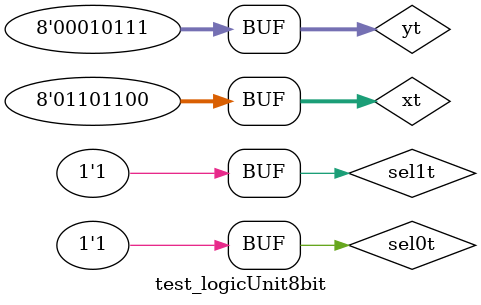
<source format=v>

module mux4to1(sel1, sel0, i0, i1, i2, i3 , f);
  input sel1, sel0, i0, i1, i2, i3;
  output f;
  wire w1, w2, w3, w4, nsel1, nsel0;
  not(nsel1, sel1);
  not(nsel0, sel0);
  
  and(w1, nsel1, nsel0, i0);
  and(w2, nsel1, sel0, i1);
  and(w3, sel1, nsel0, i2);
  and(w4, sel1, sel0, i3);
  
  or(f, w1, w2, w3, w4);
  
endmodule

module mux4to1_8bit(sel1, sel0, i0, i1, i2, i3 , f);
  input sel1, sel0;
  input [7:0]i3, i2, i1, i0;
  output [7:0]f;

  mux4to1 mux1(.sel1(sel1), .sel0(sel0), .i0(i0[0]), .i1(i1[0]), .i2(i2[0]), .i3(i3[0]), .f(f[0]));
  mux4to1 mux2(.sel1(sel1), .sel0(sel0), .i0(i0[1]), .i1(i1[1]), .i2(i2[1]), .i3(i3[1]), .f(f[1]));
  mux4to1 mux3(.sel1(sel1), .sel0(sel0), .i0(i0[2]), .i1(i1[2]), .i2(i2[2]), .i3(i3[2]), .f(f[2]));
  mux4to1 mux4(.sel1(sel1), .sel0(sel0), .i0(i0[3]), .i1(i1[3]), .i2(i2[3]), .i3(i3[3]), .f(f[3]));
  mux4to1 mux5(.sel1(sel1), .sel0(sel0), .i0(i0[4]), .i1(i1[4]), .i2(i2[4]), .i3(i3[4]), .f(f[4]));
  mux4to1 mux6(.sel1(sel1), .sel0(sel0), .i0(i0[5]), .i1(i1[5]), .i2(i2[5]), .i3(i3[5]), .f(f[5]));
  mux4to1 mux7(.sel1(sel1), .sel0(sel0), .i0(i0[6]), .i1(i1[6]), .i2(i2[6]), .i3(i3[6]), .f(f[6]));
  mux4to1 mux8(.sel1(sel1), .sel0(sel0), .i0(i0[7]), .i1(i1[7]), .i2(i2[7]), .i3(i3[7]), .f(f[7]));

endmodule

module logicUnit8bit(x, y, sel1, sel0, f);
  input [7:0]x, y;
  input sel0, sel1;
  output [7:0]f;

  wire [7:0]xOry, xAndy, xXory, xNot;
  wire w1, w2, w3, w4;

  or(xOry[0], x[0], y[0]);
  or(xOry[1], x[1], y[1]);
  or(xOry[2], x[2], y[2]);
  or(xOry[3], x[3], y[3]);
  or(xOry[4], x[4], y[4]);
  or(xOry[5], x[5], y[5]);
  or(xOry[6], x[6], y[6]);
  or(xOry[7], x[7], y[7]);

  and(xAndy[0], x[0], y[0]);
  and(xAndy[1], x[1], y[1]);
  and(xAndy[2], x[2], y[2]);
  and(xAndy[3], x[3], y[3]);
  and(xAndy[4], x[4], y[4]);
  and(xAndy[5], x[5], y[5]);
  and(xAndy[6], x[6], y[6]);
  and(xAndy[7], x[7], y[7]);

  xor(xXory[0], x[0], y[0]);
  xor(xXory[1], x[1], y[1]);
  xor(xXory[2], x[2], y[2]);
  xor(xXory[3], x[3], y[3]);
  xor(xXory[4], x[4], y[4]);
  xor(xXory[5], x[5], y[5]);
  xor(xXory[6], x[6], y[6]);
  xor(xXory[7], x[7], y[7]);

  not(xNot[0], x[0]);
  not(xNot[1], x[1]);
  not(xNot[2], x[2]);
  not(xNot[3], x[3]);
  not(xNot[4], x[4]);
  not(xNot[5], x[5]);
  not(xNot[6], x[6]);
  not(xNot[7], x[7]);
  mux4to1_8bit mux4to1(.sel1(sel1), .sel0(sel0), .i0(xOry), .i1(xAndy), .i2(xXory), .i3(xNot), .f(f));
endmodule

module test_logicUnit8bit;
  reg [7:0]xt, yt;
  reg sel1t, sel0t;
  wire [7:0]ft;
  logicUnit8bit lu8bit(.x(xt), .y(yt), .sel1(sel1t), .sel0(sel0t), .f(ft));
  initial begin
    $monitor("x=%b, y=%b, sel1=%b, sel0=%b => f=%b", xt, yt, sel1t, sel0t, ft);
    xt=8'b01101100; yt=8'b00010111; sel1t=1'b0; sel0t=1'b0;
    #10
    xt=8'b01101100; yt=8'b00010111; sel1t=1'b0; sel0t=1'b1;
    #10
    xt=8'b01101100; yt=8'b00010111; sel1t=1'b1; sel0t=1'b0;
    #10
    xt=8'b01101100; yt=8'b00010111; sel1t=1'b1; sel0t=1'b1; 
  end
endmodule
</source>
